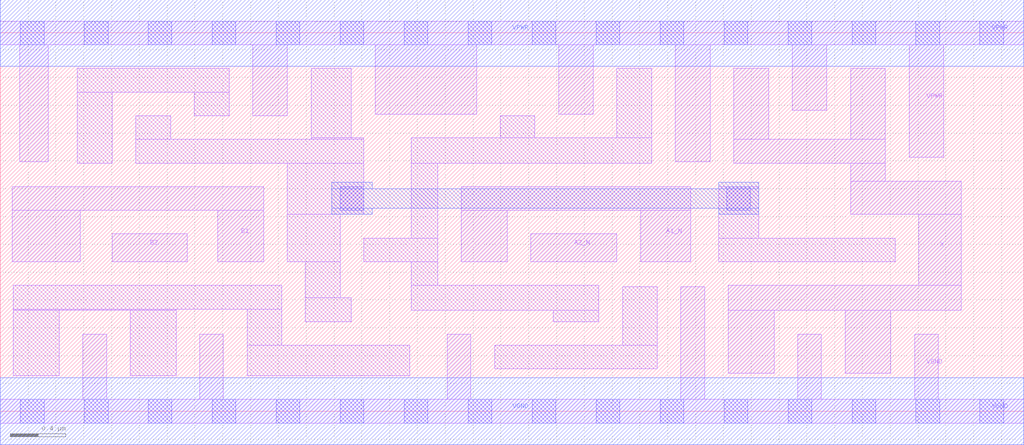
<source format=lef>
# Copyright 2020 The SkyWater PDK Authors
#
# Licensed under the Apache License, Version 2.0 (the "License");
# you may not use this file except in compliance with the License.
# You may obtain a copy of the License at
#
#     https://www.apache.org/licenses/LICENSE-2.0
#
# Unless required by applicable law or agreed to in writing, software
# distributed under the License is distributed on an "AS IS" BASIS,
# WITHOUT WARRANTIES OR CONDITIONS OF ANY KIND, either express or implied.
# See the License for the specific language governing permissions and
# limitations under the License.
#
# SPDX-License-Identifier: Apache-2.0

VERSION 5.7 ;
  NAMESCASESENSITIVE ON ;
  NOWIREEXTENSIONATPIN ON ;
  DIVIDERCHAR "/" ;
  BUSBITCHARS "[]" ;
UNITS
  DATABASE MICRONS 200 ;
END UNITS
MACRO sky130_fd_sc_hd__o2bb2a_4
  CLASS CORE ;
  SOURCE USER ;
  FOREIGN sky130_fd_sc_hd__o2bb2a_4 ;
  ORIGIN  0.000000  0.000000 ;
  SIZE  7.360000 BY  2.720000 ;
  SYMMETRY X Y R90 ;
  SITE unithd ;
  PIN A1_N
    ANTENNAGATEAREA  0.495000 ;
    DIRECTION INPUT ;
    USE SIGNAL ;
    PORT
      LAYER li1 ;
        RECT 3.315000 1.075000 3.645000 1.445000 ;
        RECT 3.315000 1.445000 4.965000 1.615000 ;
        RECT 4.605000 1.075000 4.965000 1.445000 ;
    END
  END A1_N
  PIN A2_N
    ANTENNAGATEAREA  0.495000 ;
    DIRECTION INPUT ;
    USE SIGNAL ;
    PORT
      LAYER li1 ;
        RECT 3.815000 1.075000 4.435000 1.275000 ;
    END
  END A2_N
  PIN B1
    ANTENNAGATEAREA  0.495000 ;
    DIRECTION INPUT ;
    USE SIGNAL ;
    PORT
      LAYER li1 ;
        RECT 0.085000 1.075000 0.575000 1.445000 ;
        RECT 0.085000 1.445000 1.895000 1.615000 ;
        RECT 1.565000 1.075000 1.895000 1.445000 ;
    END
  END B1
  PIN B2
    ANTENNAGATEAREA  0.495000 ;
    DIRECTION INPUT ;
    USE SIGNAL ;
    PORT
      LAYER li1 ;
        RECT 0.805000 1.075000 1.345000 1.275000 ;
    END
  END B2
  PIN X
    ANTENNADIFFAREA  0.891000 ;
    DIRECTION OUTPUT ;
    USE SIGNAL ;
    PORT
      LAYER li1 ;
        RECT 5.235000 0.275000 5.565000 0.725000 ;
        RECT 5.235000 0.725000 6.910000 0.905000 ;
        RECT 5.275000 1.785000 6.365000 1.955000 ;
        RECT 5.275000 1.955000 5.525000 2.465000 ;
        RECT 6.075000 0.275000 6.405000 0.725000 ;
        RECT 6.115000 1.415000 6.910000 1.655000 ;
        RECT 6.115000 1.655000 6.365000 1.785000 ;
        RECT 6.115000 1.955000 6.365000 2.465000 ;
        RECT 6.605000 0.905000 6.910000 1.415000 ;
    END
  END X
  PIN VGND
    DIRECTION INOUT ;
    SHAPE ABUTMENT ;
    USE GROUND ;
    PORT
      LAYER li1 ;
        RECT 0.000000 -0.085000 7.360000 0.085000 ;
        RECT 0.595000  0.085000 0.765000 0.555000 ;
        RECT 1.435000  0.085000 1.605000 0.555000 ;
        RECT 3.215000  0.085000 3.385000 0.555000 ;
        RECT 4.895000  0.085000 5.065000 0.895000 ;
        RECT 5.735000  0.085000 5.905000 0.555000 ;
        RECT 6.575000  0.085000 6.745000 0.555000 ;
      LAYER mcon ;
        RECT 0.145000 -0.085000 0.315000 0.085000 ;
        RECT 0.605000 -0.085000 0.775000 0.085000 ;
        RECT 1.065000 -0.085000 1.235000 0.085000 ;
        RECT 1.525000 -0.085000 1.695000 0.085000 ;
        RECT 1.985000 -0.085000 2.155000 0.085000 ;
        RECT 2.445000 -0.085000 2.615000 0.085000 ;
        RECT 2.905000 -0.085000 3.075000 0.085000 ;
        RECT 3.365000 -0.085000 3.535000 0.085000 ;
        RECT 3.825000 -0.085000 3.995000 0.085000 ;
        RECT 4.285000 -0.085000 4.455000 0.085000 ;
        RECT 4.745000 -0.085000 4.915000 0.085000 ;
        RECT 5.205000 -0.085000 5.375000 0.085000 ;
        RECT 5.665000 -0.085000 5.835000 0.085000 ;
        RECT 6.125000 -0.085000 6.295000 0.085000 ;
        RECT 6.585000 -0.085000 6.755000 0.085000 ;
        RECT 7.045000 -0.085000 7.215000 0.085000 ;
      LAYER met1 ;
        RECT 0.000000 -0.240000 7.360000 0.240000 ;
    END
  END VGND
  PIN VPWR
    DIRECTION INOUT ;
    SHAPE ABUTMENT ;
    USE POWER ;
    PORT
      LAYER li1 ;
        RECT 0.000000 2.635000 7.360000 2.805000 ;
        RECT 0.140000 1.795000 0.345000 2.635000 ;
        RECT 1.815000 2.125000 2.065000 2.635000 ;
        RECT 2.695000 2.135000 3.425000 2.635000 ;
        RECT 4.015000 2.135000 4.265000 2.635000 ;
        RECT 4.855000 1.795000 5.105000 2.635000 ;
        RECT 5.695000 2.165000 5.945000 2.635000 ;
        RECT 6.535000 1.825000 6.785000 2.635000 ;
      LAYER mcon ;
        RECT 0.145000 2.635000 0.315000 2.805000 ;
        RECT 0.605000 2.635000 0.775000 2.805000 ;
        RECT 1.065000 2.635000 1.235000 2.805000 ;
        RECT 1.525000 2.635000 1.695000 2.805000 ;
        RECT 1.985000 2.635000 2.155000 2.805000 ;
        RECT 2.445000 2.635000 2.615000 2.805000 ;
        RECT 2.905000 2.635000 3.075000 2.805000 ;
        RECT 3.365000 2.635000 3.535000 2.805000 ;
        RECT 3.825000 2.635000 3.995000 2.805000 ;
        RECT 4.285000 2.635000 4.455000 2.805000 ;
        RECT 4.745000 2.635000 4.915000 2.805000 ;
        RECT 5.205000 2.635000 5.375000 2.805000 ;
        RECT 5.665000 2.635000 5.835000 2.805000 ;
        RECT 6.125000 2.635000 6.295000 2.805000 ;
        RECT 6.585000 2.635000 6.755000 2.805000 ;
        RECT 7.045000 2.635000 7.215000 2.805000 ;
      LAYER met1 ;
        RECT 0.000000 2.480000 7.360000 2.960000 ;
    END
  END VPWR
  OBS
    LAYER li1 ;
      RECT 0.095000 0.255000 0.425000 0.725000 ;
      RECT 0.095000 0.725000 1.265000 0.735000 ;
      RECT 0.095000 0.735000 2.025000 0.905000 ;
      RECT 0.555000 1.785000 0.805000 2.295000 ;
      RECT 0.555000 2.295000 1.645000 2.465000 ;
      RECT 0.935000 0.255000 1.265000 0.725000 ;
      RECT 0.975000 1.785000 2.615000 1.955000 ;
      RECT 0.975000 1.955000 1.225000 2.125000 ;
      RECT 1.395000 2.125000 1.645000 2.295000 ;
      RECT 1.775000 0.255000 2.945000 0.475000 ;
      RECT 1.775000 0.475000 2.025000 0.735000 ;
      RECT 2.065000 1.075000 2.445000 1.415000 ;
      RECT 2.065000 1.415000 2.615000 1.785000 ;
      RECT 2.195000 0.645000 2.525000 0.815000 ;
      RECT 2.195000 0.815000 2.445000 1.075000 ;
      RECT 2.235000 1.955000 2.615000 1.965000 ;
      RECT 2.235000 1.965000 2.525000 2.465000 ;
      RECT 2.615000 1.075000 3.145000 1.245000 ;
      RECT 2.955000 0.725000 4.305000 0.905000 ;
      RECT 2.955000 0.905000 3.145000 1.075000 ;
      RECT 2.955000 1.245000 3.145000 1.785000 ;
      RECT 2.955000 1.785000 4.685000 1.965000 ;
      RECT 3.555000 0.305000 4.725000 0.475000 ;
      RECT 3.595000 1.965000 3.845000 2.125000 ;
      RECT 3.975000 0.645000 4.305000 0.725000 ;
      RECT 4.435000 1.965000 4.685000 2.465000 ;
      RECT 4.475000 0.475000 4.725000 0.895000 ;
      RECT 5.165000 1.075000 6.435000 1.245000 ;
      RECT 5.165000 1.245000 5.455000 1.615000 ;
    LAYER mcon ;
      RECT 2.445000 1.445000 2.615000 1.615000 ;
      RECT 5.225000 1.445000 5.395000 1.615000 ;
    LAYER met1 ;
      RECT 2.385000 1.415000 2.675000 1.460000 ;
      RECT 2.385000 1.460000 5.455000 1.600000 ;
      RECT 2.385000 1.600000 2.675000 1.645000 ;
      RECT 5.165000 1.415000 5.455000 1.460000 ;
      RECT 5.165000 1.600000 5.455000 1.645000 ;
  END
END sky130_fd_sc_hd__o2bb2a_4

</source>
